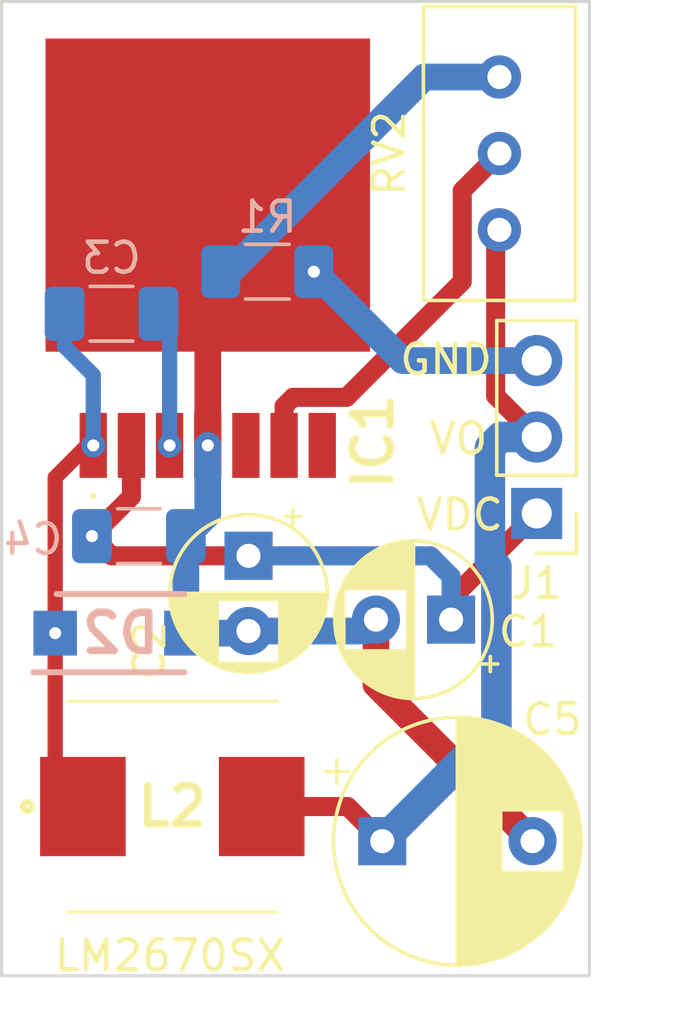
<source format=kicad_pcb>
(kicad_pcb (version 20240108) (generator "pcbnew") (generator_version "8.0")
  (layers (0 "F.Cu" signal) (31 "B.Cu" signal) (34 "B.Paste" user) (35 "F.Paste" user) (36 "B.SilkS" user "B.Silkscreen") (37 "F.SilkS" user "F.Silkscreen") (38 "B.Mask" user) (39 "F.Mask" user) (44 "Edge.Cuts" user))
  (net 0 "")
  (net 1 "+VDC")
  (net 2 "GND")
  (net 3 "Net-(IC1-CBOOST{slash}CB)")
  (net 4 "Net-(IC1-SWITCH_OUTPUT)")
  (net 5 "Net-(J1-Pin_2)")
  (net 8 "Net-(IC1-FEEDBACK{slash}FB)")
  (net 9 "Net-(R1-Pad2)")
  (footprint "Connector_PinHeader_2.54mm:PinHeader_1x03_P2.54mm_Vertical" (layer "F.Cu") (at 188.7477 101.4702 180)
    (property "Reference" "J1" (at 0 -2.33 180) (layer "F.SilkS"))
    (property "Value" "Conn_01x03")
    (fp_line (start 1.33 1.27) (end 1.33 6.41) (stroke (width 0.12)) (layer "F.SilkS"))
    (fp_line (start -1.33 6.41) (end 1.33 6.41) (stroke (width 0.12)) (layer "F.SilkS"))
    (fp_line (start -1.33 1.27) (end 1.33 1.27) (stroke (width 0.12)) (layer "F.SilkS"))
    (fp_line (start -1.33 1.27) (end -1.33 6.41) (stroke (width 0.12)) (layer "F.SilkS"))
    (fp_line (start -1.33 0) (end -1.33 -1.33) (stroke (width 0.12)) (layer "F.SilkS"))
    (fp_line (start -1.33 -1.33) (end 0 -1.33) (stroke (width 0.12)) (layer "F.SilkS"))
    (pad "1" thru_hole rect (at 0 0 180) (size 1.7 1.7) (drill 1) (layers "*.Cu" "*.Mask") (net 1 "+VDC"))
    (pad "2" thru_hole oval (at 0 2.54 180) (size 1.7 1.7) (drill 1) (layers "*.Cu" "*.Mask") (net 5 "Net-(J1-Pin_2)"))
    (pad "3" thru_hole oval (at 0 5.08 180) (size 1.7 1.7) (drill 1) (layers "*.Cu" "*.Mask") (net 2 "GND"))
  )
  (footprint "Capacitor_THT:CP_Radial_D5.0mm_P2.50mm" (layer "F.Cu") (at 179.156213 102.879759 -90)
    (property "Reference" "C2" (at 3.153543 3.296131 90) (layer "F.SilkS"))
    (property "Value" "15uF")
    (fp_line (start 1.49 1.04) (end 1.49 2.569) (stroke (width 0.12)) (layer "F.SilkS"))
    (fp_line (start 1.53 1.04) (end 1.53 2.565) (stroke (width 0.12)) (layer "F.SilkS"))
    (fp_line (start 1.57 1.04) (end 1.57 2.561) (stroke (width 0.12)) (layer "F.SilkS"))
    (fp_line (start 1.61 1.04) (end 1.61 2.556) (stroke (width 0.12)) (layer "F.SilkS"))
    (fp_line (start 1.65 1.04) (end 1.65 2.55) (stroke (width 0.12)) (layer "F.SilkS"))
    (fp_line (start 1.69 1.04) (end 1.69 2.543) (stroke (width 0.12)) (layer "F.SilkS"))
    (fp_line (start 1.73 1.04) (end 1.73 2.536) (stroke (width 0.12)) (layer "F.SilkS"))
    (fp_line (start 1.77 1.04) (end 1.77 2.528) (stroke (width 0.12)) (layer "F.SilkS"))
    (fp_line (start 1.81 1.04) (end 1.81 2.52) (stroke (width 0.12)) (layer "F.SilkS"))
    (fp_line (start 1.85 1.04) (end 1.85 2.511) (stroke (width 0.12)) (layer "F.SilkS"))
    (fp_line (start 1.89 1.04) (end 1.89 2.501) (stroke (width 0.12)) (layer "F.SilkS"))
    (fp_line (start 1.93 1.04) (end 1.93 2.491) (stroke (width 0.12)) (layer "F.SilkS"))
    (fp_line (start 1.971 1.04) (end 1.971 2.48) (stroke (width 0.12)) (layer "F.SilkS"))
    (fp_line (start 2.011 1.04) (end 2.011 2.468) (stroke (width 0.12)) (layer "F.SilkS"))
    (fp_line (start 2.051 1.04) (end 2.051 2.455) (stroke (width 0.12)) (layer "F.SilkS"))
    (fp_line (start 2.091 1.04) (end 2.091 2.442) (stroke (width 0.12)) (layer "F.SilkS"))
    (fp_line (start 2.131 1.04) (end 2.131 2.428) (stroke (width 0.12)) (layer "F.SilkS"))
    (fp_line (start 2.171 1.04) (end 2.171 2.414) (stroke (width 0.12)) (layer "F.SilkS"))
    (fp_line (start 2.211 1.04) (end 2.211 2.398) (stroke (width 0.12)) (layer "F.SilkS"))
    (fp_line (start 2.251 1.04) (end 2.251 2.382) (stroke (width 0.12)) (layer "F.SilkS"))
    (fp_line (start 2.291 1.04) (end 2.291 2.365) (stroke (width 0.12)) (layer "F.SilkS"))
    (fp_line (start 2.331 1.04) (end 2.331 2.348) (stroke (width 0.12)) (layer "F.SilkS"))
    (fp_line (start 2.371 1.04) (end 2.371 2.329) (stroke (width 0.12)) (layer "F.SilkS"))
    (fp_line (start 2.411 1.04) (end 2.411 2.31) (stroke (width 0.12)) (layer "F.SilkS"))
    (fp_line (start 2.451 1.04) (end 2.451 2.29) (stroke (width 0.12)) (layer "F.SilkS"))
    (fp_line (start 2.491 1.04) (end 2.491 2.268) (stroke (width 0.12)) (layer "F.SilkS"))
    (fp_line (start 2.531 1.04) (end 2.531 2.247) (stroke (width 0.12)) (layer "F.SilkS"))
    (fp_line (start 2.571 1.04) (end 2.571 2.224) (stroke (width 0.12)) (layer "F.SilkS"))
    (fp_line (start 2.611 1.04) (end 2.611 2.2) (stroke (width 0.12)) (layer "F.SilkS"))
    (fp_line (start 2.651 1.04) (end 2.651 2.175) (stroke (width 0.12)) (layer "F.SilkS"))
    (fp_line (start 2.691 1.04) (end 2.691 2.149) (stroke (width 0.12)) (layer "F.SilkS"))
    (fp_line (start 2.731 1.04) (end 2.731 2.122) (stroke (width 0.12)) (layer "F.SilkS"))
    (fp_line (start 2.771 1.04) (end 2.771 2.095) (stroke (width 0.12)) (layer "F.SilkS"))
    (fp_line (start 2.811 1.04) (end 2.811 2.065) (stroke (width 0.12)) (layer "F.SilkS"))
    (fp_line (start 2.851 1.04) (end 2.851 2.035) (stroke (width 0.12)) (layer "F.SilkS"))
    (fp_line (start 2.891 1.04) (end 2.891 2.004) (stroke (width 0.12)) (layer "F.SilkS"))
    (fp_line (start 2.931 1.04) (end 2.931 1.971) (stroke (width 0.12)) (layer "F.SilkS"))
    (fp_line (start 2.971 1.04) (end 2.971 1.937) (stroke (width 0.12)) (layer "F.SilkS"))
    (fp_line (start 3.011 1.04) (end 3.011 1.901) (stroke (width 0.12)) (layer "F.SilkS"))
    (fp_line (start 3.051 1.04) (end 3.051 1.864) (stroke (width 0.12)) (layer "F.SilkS"))
    (fp_line (start 3.091 1.04) (end 3.091 1.826) (stroke (width 0.12)) (layer "F.SilkS"))
    (fp_line (start 3.131 1.04) (end 3.131 1.785) (stroke (width 0.12)) (layer "F.SilkS"))
    (fp_line (start 3.171 1.04) (end 3.171 1.743) (stroke (width 0.12)) (layer "F.SilkS"))
    (fp_line (start 3.211 1.04) (end 3.211 1.699) (stroke (width 0.12)) (layer "F.SilkS"))
    (fp_line (start 3.251 1.04) (end 3.251 1.653) (stroke (width 0.12)) (layer "F.SilkS"))
    (fp_line (start 3.291 1.04) (end 3.291 1.605) (stroke (width 0.12)) (layer "F.SilkS"))
    (fp_line (start 3.331 1.04) (end 3.331 1.554) (stroke (width 0.12)) (layer "F.SilkS"))
    (fp_line (start 3.371 1.04) (end 3.371 1.5) (stroke (width 0.12)) (layer "F.SilkS"))
    (fp_line (start 3.411 1.04) (end 3.411 1.443) (stroke (width 0.12)) (layer "F.SilkS"))
    (fp_line (start 3.451 1.04) (end 3.451 1.383) (stroke (width 0.12)) (layer "F.SilkS"))
    (fp_line (start 3.491 1.04) (end 3.491 1.319) (stroke (width 0.12)) (layer "F.SilkS"))
    (fp_line (start 3.531 1.04) (end 3.531 1.251) (stroke (width 0.12)) (layer "F.SilkS"))
    (fp_line (start 3.851 -0.284) (end 3.851 0.284) (stroke (width 0.12)) (layer "F.SilkS"))
    (fp_line (start 3.811 -0.518) (end 3.811 0.518) (stroke (width 0.12)) (layer "F.SilkS"))
    (fp_line (start 3.771 -0.677) (end 3.771 0.677) (stroke (width 0.12)) (layer "F.SilkS"))
    (fp_line (start 3.731 -0.805) (end 3.731 0.805) (stroke (width 0.12)) (layer "F.SilkS"))
    (fp_line (start 3.691 -0.915) (end 3.691 0.915) (stroke (width 0.12)) (layer "F.SilkS"))
    (fp_line (start 3.651 -1.011) (end 3.651 1.011) (stroke (width 0.12)) (layer "F.SilkS"))
    (fp_line (start 3.611 -1.098) (end 3.611 1.098) (stroke (width 0.12)) (layer "F.SilkS"))
    (fp_line (start 3.571 -1.178) (end 3.571 1.178) (stroke (width 0.12)) (layer "F.SilkS"))
    (fp_line (start 3.531 -1.251) (end 3.531 -1.04) (stroke (width 0.12)) (layer "F.SilkS"))
    (fp_line (start 3.491 -1.319) (end 3.491 -1.04) (stroke (width 0.12)) (layer "F.SilkS"))
    (fp_line (start 3.451 -1.383) (end 3.451 -1.04) (stroke (width 0.12)) (layer "F.SilkS"))
    (fp_line (start 3.411 -1.443) (end 3.411 -1.04) (stroke (width 0.12)) (layer "F.SilkS"))
    (fp_line (start -1.554775 -1.475) (end -1.054775 -1.475) (stroke (width 0.12)) (layer "F.SilkS"))
    (fp_line (start 3.371 -1.5) (end 3.371 -1.04) (stroke (width 0.12)) (layer "F.SilkS"))
    (fp_line (start 3.331 -1.554) (end 3.331 -1.04) (stroke (width 0.12)) (layer "F.SilkS"))
    (fp_line (start 3.291 -1.605) (end 3.291 -1.04) (stroke (width 0.12)) (layer "F.SilkS"))
    (fp_line (start 3.251 -1.653) (end 3.251 -1.04) (stroke (width 0.12)) (layer "F.SilkS"))
    (fp_line (start 3.211 -1.699) (end 3.211 -1.04) (stroke (width 0.12)) (layer "F.SilkS"))
    (fp_line (start -1.304775 -1.725) (end -1.304775 -1.225) (stroke (width 0.12)) (layer "F.SilkS"))
    (fp_line (start 3.171 -1.743) (end 3.171 -1.04) (stroke (width 0.12)) (layer "F.SilkS"))
    (fp_line (start 3.131 -1.785) (end 3.131 -1.04) (stroke (width 0.12)) (layer "F.SilkS"))
    (fp_line (start 3.091 -1.826) (end 3.091 -1.04) (stroke (width 0.12)) (layer "F.SilkS"))
    (fp_line (start 3.051 -1.864) (end 3.051 -1.04) (stroke (width 0.12)) (layer "F.SilkS"))
    (fp_line (start 3.011 -1.901) (end 3.011 -1.04) (stroke (width 0.12)) (layer "F.SilkS"))
    (fp_line (start 2.971 -1.937) (end 2.971 -1.04) (stroke (width 0.12)) (layer "F.SilkS"))
    (fp_line (start 2.931 -1.971) (end 2.931 -1.04) (stroke (width 0.12)) (layer "F.SilkS"))
    (fp_line (start 2.891 -2.004) (end 2.891 -1.04) (stroke (width 0.12)) (layer "F.SilkS"))
    (fp_line (start 2.851 -2.035) (end 2.851 -1.04) (stroke (width 0.12)) (layer "F.SilkS"))
    (fp_line (start 2.811 -2.065) (end 2.811 -1.04) (stroke (width 0.12)) (layer "F.SilkS"))
    (fp_line (start 2.771 -2.095) (end 2.771 -1.04) (stroke (width 0.12)) (layer "F.SilkS"))
    (fp_line (start 2.731 -2.122) (end 2.731 -1.04) (stroke (width 0.12)) (layer "F.SilkS"))
    (fp_line (start 2.691 -2.149) (end 2.691 -1.04) (stroke (width 0.12)) (layer "F.SilkS"))
    (fp_line (start 2.651 -2.175) (end 2.651 -1.04) (stroke (width 0.12)) (layer "F.SilkS"))
    (fp_line (start 2.611 -2.2) (end 2.611 -1.04) (stroke (width 0.12)) (layer "F.SilkS"))
    (fp_line (start 2.571 -2.224) (end 2.571 -1.04) (stroke (width 0.12)) (layer "F.SilkS"))
    (fp_line (start 2.531 -2.247) (end 2.531 -1.04) (stroke (width 0.12)) (layer "F.SilkS"))
    (fp_line (start 2.491 -2.268) (end 2.491 -1.04) (stroke (width 0.12)) (layer "F.SilkS"))
    (fp_line (start 2.451 -2.29) (end 2.451 -1.04) (stroke (width 0.12)) (layer "F.SilkS"))
    (fp_line (start 2.411 -2.31) (end 2.411 -1.04) (stroke (width 0.12)) (layer "F.SilkS"))
    (fp_line (start 2.371 -2.329) (end 2.371 -1.04) (stroke (width 0.12)) (layer "F.SilkS"))
    (fp_line (start 2.331 -2.348) (end 2.331 -1.04) (stroke (width 0.12)) (layer "F.SilkS"))
    (fp_line (start 2.291 -2.365) (end 2.291 -1.04) (stroke (width 0.12)) (layer "F.SilkS"))
    (fp_line (start 2.251 -2.382) (end 2.251 -1.04) (stroke (width 0.12)) (layer "F.SilkS"))
    (fp_line (start 2.211 -2.398) (end 2.211 -1.04) (stroke (width 0.12)) (layer "F.SilkS"))
    (fp_line (start 2.171 -2.414) (end 2.171 -1.04) (stroke (width 0.12)) (layer "F.SilkS"))
    (fp_line (start 2.131 -2.428) (end 2.131 -1.04) (stroke (width 0.12)) (layer "F.SilkS"))
    (fp_line (start 2.091 -2.442) (end 2.091 -1.04) (stroke (width 0.12)) (layer "F.SilkS"))
    (fp_line (start 2.051 -2.455) (end 2.051 -1.04) (stroke (width 0.12)) (layer "F.SilkS"))
    (fp_line (start 2.011 -2.468) (end 2.011 -1.04) (stroke (width 0.12)) (layer "F.SilkS"))
    (fp_line (start 1.971 -2.48) (end 1.971 -1.04) (stroke (width 0.12)) (layer "F.SilkS"))
    (fp_line (start 1.93 -2.491) (end 1.93 -1.04) (stroke (width 0.12)) (layer "F.SilkS"))
    (fp_line (start 1.89 -2.501) (end 1.89 -1.04) (stroke (width 0.12)) (layer "F.SilkS"))
    (fp_line (start 1.85 -2.511) (end 1.85 -1.04) (stroke (width 0.12)) (layer "F.SilkS"))
    (fp_line (start 1.81 -2.52) (end 1.81 -1.04) (stroke (width 0.12)) (layer "F.SilkS"))
    (fp_line (start 1.77 -2.528) (end 1.77 -1.04) (stroke (width 0.12)) (layer "F.SilkS"))
    (fp_line (start 1.73 -2.536) (end 1.73 -1.04) (stroke (width 0.12)) (layer "F.SilkS"))
    (fp_line (start 1.69 -2.543) (end 1.69 -1.04) (stroke (width 0.12)) (layer "F.SilkS"))
    (fp_line (start 1.65 -2.55) (end 1.65 -1.04) (stroke (width 0.12)) (layer "F.SilkS"))
    (fp_line (start 1.61 -2.556) (end 1.61 -1.04) (stroke (width 0.12)) (layer "F.SilkS"))
    (fp_line (start 1.57 -2.561) (end 1.57 -1.04) (stroke (width 0.12)) (layer "F.SilkS"))
    (fp_line (start 1.53 -2.565) (end 1.53 -1.04) (stroke (width 0.12)) (layer "F.SilkS"))
    (fp_line (start 1.49 -2.569) (end 1.49 -1.04) (stroke (width 0.12)) (layer "F.SilkS"))
    (fp_line (start 1.45 -2.573) (end 1.45 2.573) (stroke (width 0.12)) (layer "F.SilkS"))
    (fp_line (start 1.41 -2.576) (end 1.41 2.576) (stroke (width 0.12)) (layer "F.SilkS"))
    (fp_line (start 1.37 -2.578) (end 1.37 2.578) (stroke (width 0.12)) (layer "F.SilkS"))
    (fp_line (start 1.33 -2.579) (end 1.33 2.579) (stroke (width 0.12)) (layer "F.SilkS"))
    (fp_line (start 1.25 -2.58) (end 1.25 2.58) (stroke (width 0.12)) (layer "F.SilkS"))
    (fp_line (start 1.29 -2.58) (end 1.29 2.58) (stroke (width 0.12)) (layer "F.SilkS"))
    (fp_circle (center 1.25 0) (end 3.87 0) (stroke (width 0.12)) (fill none) (layer "F.SilkS"))
    (pad "1" thru_hole rect (at 0 0 270) (size 1.6 1.6) (drill 0.8) (layers "*.Cu" "*.Mask") (net 1 "+VDC"))
    (pad "2" thru_hole circle (at 2.5 0 270) (size 1.6 1.6) (drill 0.8) (layers "*.Cu" "*.Mask") (net 2 "GND"))
  )
  (footprint "Capacitor_THT:CP_Radial_D5.0mm_P2.50mm" (layer "F.Cu") (at 185.897552 105.000951 180)
    (property "Reference" "C1" (at -2.563133 -0.397109 0) (layer "F.SilkS"))
    (property "Value" "15uF")
    (fp_line (start 3.851 -0.284) (end 3.851 0.284) (stroke (width 0.12)) (layer "F.SilkS"))
    (fp_line (start 3.811 -0.518) (end 3.811 0.518) (stroke (width 0.12)) (layer "F.SilkS"))
    (fp_line (start 3.771 -0.677) (end 3.771 0.677) (stroke (width 0.12)) (layer "F.SilkS"))
    (fp_line (start 3.731 -0.805) (end 3.731 0.805) (stroke (width 0.12)) (layer "F.SilkS"))
    (fp_line (start 3.691 -0.915) (end 3.691 0.915) (stroke (width 0.12)) (layer "F.SilkS"))
    (fp_line (start 3.651 -1.011) (end 3.651 1.011) (stroke (width 0.12)) (layer "F.SilkS"))
    (fp_line (start 3.611 -1.098) (end 3.611 1.098) (stroke (width 0.12)) (layer "F.SilkS"))
    (fp_line (start 3.571 -1.178) (end 3.571 1.178) (stroke (width 0.12)) (layer "F.SilkS"))
    (fp_line (start 3.531 1.04) (end 3.531 1.251) (stroke (width 0.12)) (layer "F.SilkS"))
    (fp_line (start 3.531 -1.251) (end 3.531 -1.04) (stroke (width 0.12)) (layer "F.SilkS"))
    (fp_line (start 3.491 1.04) (end 3.491 1.319) (stroke (width 0.12)) (layer "F.SilkS"))
    (fp_line (start 3.491 -1.319) (end 3.491 -1.04) (stroke (width 0.12)) (layer "F.SilkS"))
    (fp_line (start 3.451 1.04) (end 3.451 1.383) (stroke (width 0.12)) (layer "F.SilkS"))
    (fp_line (start 3.451 -1.383) (end 3.451 -1.04) (stroke (width 0.12)) (layer "F.SilkS"))
    (fp_line (start 3.411 1.04) (end 3.411 1.443) (stroke (width 0.12)) (layer "F.SilkS"))
    (fp_line (start 3.411 -1.443) (end 3.411 -1.04) (stroke (width 0.12)) (layer "F.SilkS"))
    (fp_line (start 3.371 1.04) (end 3.371 1.5) (stroke (width 0.12)) (layer "F.SilkS"))
    (fp_line (start 3.371 -1.5) (end 3.371 -1.04) (stroke (width 0.12)) (layer "F.SilkS"))
    (fp_line (start 3.331 1.04) (end 3.331 1.554) (stroke (width 0.12)) (layer "F.SilkS"))
    (fp_line (start 3.331 -1.554) (end 3.331 -1.04) (stroke (width 0.12)) (layer "F.SilkS"))
    (fp_line (start 3.291 1.04) (end 3.291 1.605) (stroke (width 0.12)) (layer "F.SilkS"))
    (fp_line (start 3.291 -1.605) (end 3.291 -1.04) (stroke (width 0.12)) (layer "F.SilkS"))
    (fp_line (start 3.251 1.04) (end 3.251 1.653) (stroke (width 0.12)) (layer "F.SilkS"))
    (fp_line (start 3.251 -1.653) (end 3.251 -1.04) (stroke (width 0.12)) (layer "F.SilkS"))
    (fp_line (start 3.211 1.04) (end 3.211 1.699) (stroke (width 0.12)) (layer "F.SilkS"))
    (fp_line (start 3.211 -1.699) (end 3.211 -1.04) (stroke (width 0.12)) (layer "F.SilkS"))
    (fp_line (start 3.171 1.04) (end 3.171 1.743) (stroke (width 0.12)) (layer "F.SilkS"))
    (fp_line (start 3.171 -1.743) (end 3.171 -1.04) (stroke (width 0.12)) (layer "F.SilkS"))
    (fp_line (start 3.131 1.04) (end 3.131 1.785) (stroke (width 0.12)) (layer "F.SilkS"))
    (fp_line (start 3.131 -1.785) (end 3.131 -1.04) (stroke (width 0.12)) (layer "F.SilkS"))
    (fp_line (start 3.091 1.04) (end 3.091 1.826) (stroke (width 0.12)) (layer "F.SilkS"))
    (fp_line (start 3.091 -1.826) (end 3.091 -1.04) (stroke (width 0.12)) (layer "F.SilkS"))
    (fp_line (start 3.051 1.04) (end 3.051 1.864) (stroke (width 0.12)) (layer "F.SilkS"))
    (fp_line (start 3.051 -1.864) (end 3.051 -1.04) (stroke (width 0.12)) (layer "F.SilkS"))
    (fp_line (start 3.011 1.04) (end 3.011 1.901) (stroke (width 0.12)) (layer "F.SilkS"))
    (fp_line (start 3.011 -1.901) (end 3.011 -1.04) (stroke (width 0.12)) (layer "F.SilkS"))
    (fp_line (start 2.971 1.04) (end 2.971 1.937) (stroke (width 0.12)) (layer "F.SilkS"))
    (fp_line (start 2.971 -1.937) (end 2.971 -1.04) (stroke (width 0.12)) (layer "F.SilkS"))
    (fp_line (start 2.931 1.04) (end 2.931 1.971) (stroke (width 0.12)) (layer "F.SilkS"))
    (fp_line (start 2.931 -1.971) (end 2.931 -1.04) (stroke (width 0.12)) (layer "F.SilkS"))
    (fp_line (start 2.891 1.04) (end 2.891 2.004) (stroke (width 0.12)) (layer "F.SilkS"))
    (fp_line (start 2.891 -2.004) (end 2.891 -1.04) (stroke (width 0.12)) (layer "F.SilkS"))
    (fp_line (start 2.851 1.04) (end 2.851 2.035) (stroke (width 0.12)) (layer "F.SilkS"))
    (fp_line (start 2.851 -2.035) (end 2.851 -1.04) (stroke (width 0.12)) (layer "F.SilkS"))
    (fp_line (start 2.811 1.04) (end 2.811 2.065) (stroke (width 0.12)) (layer "F.SilkS"))
    (fp_line (start 2.811 -2.065) (end 2.811 -1.04) (stroke (width 0.12)) (layer "F.SilkS"))
    (fp_line (start 2.771 1.04) (end 2.771 2.095) (stroke (width 0.12)) (layer "F.SilkS"))
    (fp_line (start 2.771 -2.095) (end 2.771 -1.04) (stroke (width 0.12)) (layer "F.SilkS"))
    (fp_line (start 2.731 1.04) (end 2.731 2.122) (stroke (width 0.12)) (layer "F.SilkS"))
    (fp_line (start 2.731 -2.122) (end 2.731 -1.04) (stroke (width 0.12)) (layer "F.SilkS"))
    (fp_line (start 2.691 1.04) (end 2.691 2.149) (stroke (width 0.12)) (layer "F.SilkS"))
    (fp_line (start 2.691 -2.149) (end 2.691 -1.04) (stroke (width 0.12)) (layer "F.SilkS"))
    (fp_line (start 2.651 1.04) (end 2.651 2.175) (stroke (width 0.12)) (layer "F.SilkS"))
    (fp_line (start 2.651 -2.175) (end 2.651 -1.04) (stroke (width 0.12)) (layer "F.SilkS"))
    (fp_line (start 2.611 1.04) (end 2.611 2.2) (stroke (width 0.12)) (layer "F.SilkS"))
    (fp_line (start 2.611 -2.2) (end 2.611 -1.04) (stroke (width 0.12)) (layer "F.SilkS"))
    (fp_line (start 2.571 1.04) (end 2.571 2.224) (stroke (width 0.12)) (layer "F.SilkS"))
    (fp_line (start 2.571 -2.224) (end 2.571 -1.04) (stroke (width 0.12)) (layer "F.SilkS"))
    (fp_line (start 2.531 1.04) (end 2.531 2.247) (stroke (width 0.12)) (layer "F.SilkS"))
    (fp_line (start 2.531 -2.247) (end 2.531 -1.04) (stroke (width 0.12)) (layer "F.SilkS"))
    (fp_line (start 2.491 1.04) (end 2.491 2.268) (stroke (width 0.12)) (layer "F.SilkS"))
    (fp_line (start 2.491 -2.268) (end 2.491 -1.04) (stroke (width 0.12)) (layer "F.SilkS"))
    (fp_line (start 2.451 1.04) (end 2.451 2.29) (stroke (width 0.12)) (layer "F.SilkS"))
    (fp_line (start 2.451 -2.29) (end 2.451 -1.04) (stroke (width 0.12)) (layer "F.SilkS"))
    (fp_line (start 2.411 1.04) (end 2.411 2.31) (stroke (width 0.12)) (layer "F.SilkS"))
    (fp_line (start 2.411 -2.31) (end 2.411 -1.04) (stroke (width 0.12)) (layer "F.SilkS"))
    (fp_line (start 2.371 1.04) (end 2.371 2.329) (stroke (width 0.12)) (layer "F.SilkS"))
    (fp_line (start 2.371 -2.329) (end 2.371 -1.04) (stroke (width 0.12)) (layer "F.SilkS"))
    (fp_line (start 2.331 1.04) (end 2.331 2.348) (stroke (width 0.12)) (layer "F.SilkS"))
    (fp_line (start 2.331 -2.348) (end 2.331 -1.04) (stroke (width 0.12)) (layer "F.SilkS"))
    (fp_line (start 2.291 1.04) (end 2.291 2.365) (stroke (width 0.12)) (layer "F.SilkS"))
    (fp_line (start 2.291 -2.365) (end 2.291 -1.04) (stroke (width 0.12)) (layer "F.SilkS"))
    (fp_line (start 2.251 1.04) (end 2.251 2.382) (stroke (width 0.12)) (layer "F.SilkS"))
    (fp_line (start 2.251 -2.382) (end 2.251 -1.04) (stroke (width 0.12)) (layer "F.SilkS"))
    (fp_line (start 2.211 1.04) (end 2.211 2.398) (stroke (width 0.12)) (layer "F.SilkS"))
    (fp_line (start 2.211 -2.398) (end 2.211 -1.04) (stroke (width 0.12)) (layer "F.SilkS"))
    (fp_line (start 2.171 1.04) (end 2.171 2.414) (stroke (width 0.12)) (layer "F.SilkS"))
    (fp_line (start 2.171 -2.414) (end 2.171 -1.04) (stroke (width 0.12)) (layer "F.SilkS"))
    (fp_line (start 2.131 1.04) (end 2.131 2.428) (stroke (width 0.12)) (layer "F.SilkS"))
    (fp_line (start 2.131 -2.428) (end 2.131 -1.04) (stroke (width 0.12)) (layer "F.SilkS"))
    (fp_line (start 2.091 1.04) (end 2.091 2.442) (stroke (width 0.12)) (layer "F.SilkS"))
    (fp_line (start 2.091 -2.442) (end 2.091 -1.04) (stroke (width 0.12)) (layer "F.SilkS"))
    (fp_line (start 2.051 1.04) (end 2.051 2.455) (stroke (width 0.12)) (layer "F.SilkS"))
    (fp_line (start 2.051 -2.455) (end 2.051 -1.04) (stroke (width 0.12)) (layer "F.SilkS"))
    (fp_line (start 2.011 1.04) (end 2.011 2.468) (stroke (width 0.12)) (layer "F.SilkS"))
    (fp_line (start 2.011 -2.468) (end 2.011 -1.04) (stroke (width 0.12)) (layer "F.SilkS"))
    (fp_line (start 1.971 1.04) (end 1.971 2.48) (stroke (width 0.12)) (layer "F.SilkS"))
    (fp_line (start 1.971 -2.48) (end 1.971 -1.04) (stroke (width 0.12)) (layer "F.SilkS"))
    (fp_line (start 1.93 1.04) (end 1.93 2.491) (stroke (width 0.12)) (layer "F.SilkS"))
    (fp_line (start 1.93 -2.491) (end 1.93 -1.04) (stroke (width 0.12)) (layer "F.SilkS"))
    (fp_line (start 1.89 1.04) (end 1.89 2.501) (stroke (width 0.12)) (layer "F.SilkS"))
    (fp_line (start 1.89 -2.501) (end 1.89 -1.04) (stroke (width 0.12)) (layer "F.SilkS"))
    (fp_line (start 1.85 1.04) (end 1.85 2.511) (stroke (width 0.12)) (layer "F.SilkS"))
    (fp_line (start 1.85 -2.511) (end 1.85 -1.04) (stroke (width 0.12)) (layer "F.SilkS"))
    (fp_line (start 1.81 1.04) (end 1.81 2.52) (stroke (width 0.12)) (layer "F.SilkS"))
    (fp_line (start 1.81 -2.52) (end 1.81 -1.04) (stroke (width 0.12)) (layer "F.SilkS"))
    (fp_line (start 1.77 1.04) (end 1.77 2.528) (stroke (width 0.12)) (layer "F.SilkS"))
    (fp_line (start 1.77 -2.528) (end 1.77 -1.04) (stroke (width 0.12)) (layer "F.SilkS"))
    (fp_line (start 1.73 1.04) (end 1.73 2.536) (stroke (width 0.12)) (layer "F.SilkS"))
    (fp_line (start 1.73 -2.536) (end 1.73 -1.04) (stroke (width 0.12)) (layer "F.SilkS"))
    (fp_line (start 1.69 1.04) (end 1.69 2.543) (stroke (width 0.12)) (layer "F.SilkS"))
    (fp_line (start 1.69 -2.543) (end 1.69 -1.04) (stroke (width 0.12)) (layer "F.SilkS"))
    (fp_line (start 1.65 1.04) (end 1.65 2.55) (stroke (width 0.12)) (layer "F.SilkS"))
    (fp_line (start 1.65 -2.55) (end 1.65 -1.04) (stroke (width 0.12)) (layer "F.SilkS"))
    (fp_line (start 1.61 1.04) (end 1.61 2.556) (stroke (width 0.12)) (layer "F.SilkS"))
    (fp_line (start 1.61 -2.556) (end 1.61 -1.04) (stroke (width 0.12)) (layer "F.SilkS"))
    (fp_line (start 1.57 1.04) (end 1.57 2.561) (stroke (width 0.12)) (layer "F.SilkS"))
    (fp_line (start 1.57 -2.561) (end 1.57 -1.04) (stroke (width 0.12)) (layer "F.SilkS"))
    (fp_line (start 1.53 1.04) (end 1.53 2.565) (stroke (width 0.12)) (layer "F.SilkS"))
    (fp_line (start 1.53 -2.565) (end 1.53 -1.04) (stroke (width 0.12)) (layer "F.SilkS"))
    (fp_line (start 1.49 1.04) (end 1.49 2.569) (stroke (width 0.12)) (layer "F.SilkS"))
    (fp_line (start 1.49 -2.569) (end 1.49 -1.04) (stroke (width 0.12)) (layer "F.SilkS"))
    (fp_line (start 1.45 -2.573) (end 1.45 2.573) (stroke (width 0.12)) (layer "F.SilkS"))
    (fp_line (start 1.41 -2.576) (end 1.41 2.576) (stroke (width 0.12)) (layer "F.SilkS"))
    (fp_line (start 1.37 -2.578) (end 1.37 2.578) (stroke (width 0.12)) (layer "F.SilkS"))
    (fp_line (start 1.33 -2.579) (end 1.33 2.579) (stroke (width 0.12)) (layer "F.SilkS"))
    (fp_line (start 1.29 -2.58) (end 1.29 2.58) (stroke (width 0.12)) (layer "F.SilkS"))
    (fp_line (start 1.25 -2.58) (end 1.25 2.58) (stroke (width 0.12)) (layer "F.SilkS"))
    (fp_line (start -1.304775 -1.725) (end -1.304775 -1.225) (stroke (width 0.12)) (layer "F.SilkS"))
    (fp_line (start -1.554775 -1.475) (end -1.054775 -1.475) (stroke (width 0.12)) (layer "F.SilkS"))
    (fp_circle (center 1.25 0) (end 3.87 0) (stroke (width 0.12)) (fill none) (layer "F.SilkS"))
    (pad "1" thru_hole rect (at 0 0 180) (size 1.6 1.6) (drill 0.8) (layers "*.Cu" "*.Mask") (net 1 "+VDC"))
    (pad "2" thru_hole circle (at 2.5 0 180) (size 1.6 1.6) (drill 0.8) (layers "*.Cu" "*.Mask") (net 2 "GND"))
  )
  (footprint "Capacitor_THT:CP_Radial_D8.0mm_P5.00mm" (layer "F.Cu") (at 183.607426 112.36404)
    (property "Reference" "C5" (at 5.659509 -4.041818 0) (layer "F.SilkS"))
    (property "Value" "120uF")
    (fp_line (start -1.909698 -2.315) (end -1.109698 -2.315) (stroke (width 0.12)) (layer "F.SilkS"))
    (fp_line (start -1.509698 -2.715) (end -1.509698 -1.915) (stroke (width 0.12)) (layer "F.SilkS"))
    (fp_line (start 2.5 -4.08) (end 2.5 4.08) (stroke (width 0.12)) (layer "F.SilkS"))
    (fp_line (start 2.54 -4.08) (end 2.54 4.08) (stroke (width 0.12)) (layer "F.SilkS"))
    (fp_line (start 2.58 -4.08) (end 2.58 4.08) (stroke (width 0.12)) (layer "F.SilkS"))
    (fp_line (start 2.62 -4.079) (end 2.62 4.079) (stroke (width 0.12)) (layer "F.SilkS"))
    (fp_line (start 2.66 -4.077) (end 2.66 4.077) (stroke (width 0.12)) (layer "F.SilkS"))
    (fp_line (start 2.7 -4.076) (end 2.7 4.076) (stroke (width 0.12)) (layer "F.SilkS"))
    (fp_line (start 2.74 -4.074) (end 2.74 4.074) (stroke (width 0.12)) (layer "F.SilkS"))
    (fp_line (start 2.78 -4.071) (end 2.78 4.071) (stroke (width 0.12)) (layer "F.SilkS"))
    (fp_line (start 2.82 -4.068) (end 2.82 4.068) (stroke (width 0.12)) (layer "F.SilkS"))
    (fp_line (start 2.86 -4.065) (end 2.86 4.065) (stroke (width 0.12)) (layer "F.SilkS"))
    (fp_line (start 2.9 -4.061) (end 2.9 4.061) (stroke (width 0.12)) (layer "F.SilkS"))
    (fp_line (start 2.94 -4.057) (end 2.94 4.057) (stroke (width 0.12)) (layer "F.SilkS"))
    (fp_line (start 2.98 -4.052) (end 2.98 4.052) (stroke (width 0.12)) (layer "F.SilkS"))
    (fp_line (start 3.02 -4.048) (end 3.02 4.048) (stroke (width 0.12)) (layer "F.SilkS"))
    (fp_line (start 3.06 -4.042) (end 3.06 4.042) (stroke (width 0.12)) (layer "F.SilkS"))
    (fp_line (start 3.1 -4.037) (end 3.1 4.037) (stroke (width 0.12)) (layer "F.SilkS"))
    (fp_line (start 3.14 -4.03) (end 3.14 4.03) (stroke (width 0.12)) (layer "F.SilkS"))
    (fp_line (start 3.18 -4.024) (end 3.18 4.024) (stroke (width 0.12)) (layer "F.SilkS"))
    (fp_line (start 3.221 -4.017) (end 3.221 4.017) (stroke (width 0.12)) (layer "F.SilkS"))
    (fp_line (start 3.261 -4.01) (end 3.261 4.01) (stroke (width 0.12)) (layer "F.SilkS"))
    (fp_line (start 3.301 -4.002) (end 3.301 4.002) (stroke (width 0.12)) (layer "F.SilkS"))
    (fp_line (start 3.341 -3.994) (end 3.341 3.994) (stroke (width 0.12)) (layer "F.SilkS"))
    (fp_line (start 3.381 -3.985) (end 3.381 3.985) (stroke (width 0.12)) (layer "F.SilkS"))
    (fp_line (start 3.421 -3.976) (end 3.421 3.976) (stroke (width 0.12)) (layer "F.SilkS"))
    (fp_line (start 3.461 -3.967) (end 3.461 3.967) (stroke (width 0.12)) (layer "F.SilkS"))
    (fp_line (start 3.501 -3.957) (end 3.501 3.957) (stroke (width 0.12)) (layer "F.SilkS"))
    (fp_line (start 3.541 -3.947) (end 3.541 3.947) (stroke (width 0.12)) (layer "F.SilkS"))
    (fp_line (start 3.581 -3.936) (end 3.581 3.936) (stroke (width 0.12)) (layer "F.SilkS"))
    (fp_line (start 3.621 -3.925) (end 3.621 3.925) (stroke (width 0.12)) (layer "F.SilkS"))
    (fp_line (start 3.661 -3.914) (end 3.661 3.914) (stroke (width 0.12)) (layer "F.SilkS"))
    (fp_line (start 3.701 -3.902) (end 3.701 3.902) (stroke (width 0.12)) (layer "F.SilkS"))
    (fp_line (start 3.741 -3.889) (end 3.741 3.889) (stroke (width 0.12)) (layer "F.SilkS"))
    (fp_line (start 3.781 -3.877) (end 3.781 3.877) (stroke (width 0.12)) (layer "F.SilkS"))
    (fp_line (start 3.821 -3.863) (end 3.821 3.863) (stroke (width 0.12)) (layer "F.SilkS"))
    (fp_line (start 3.861 -3.85) (end 3.861 3.85) (stroke (width 0.12)) (layer "F.SilkS"))
    (fp_line (start 3.901 -3.835) (end 3.901 3.835) (stroke (width 0.12)) (layer "F.SilkS"))
    (fp_line (start 3.941 -3.821) (end 3.941 3.821) (stroke (width 0.12)) (layer "F.SilkS"))
    (fp_line (start 3.981 -3.805) (end 3.981 -1.04) (stroke (width 0.12)) (layer "F.SilkS"))
    (fp_line (start 3.981 1.04) (end 3.981 3.805) (stroke (width 0.12)) (layer "F.SilkS"))
    (fp_line (start 4.021 -3.79) (end 4.021 -1.04) (stroke (width 0.12)) (layer "F.SilkS"))
    (fp_line (start 4.021 1.04) (end 4.021 3.79) (stroke (width 0.12)) (layer "F.SilkS"))
    (fp_line (start 4.061 -3.774) (end 4.061 -1.04) (stroke (width 0.12)) (layer "F.SilkS"))
    (fp_line (start 4.061 1.04) (end 4.061 3.774) (stroke (width 0.12)) (layer "F.SilkS"))
    (fp_line (start 4.101 -3.757) (end 4.101 -1.04) (stroke (width 0.12)) (layer "F.SilkS"))
    (fp_line (start 4.101 1.04) (end 4.101 3.757) (stroke (width 0.12)) (layer "F.SilkS"))
    (fp_line (start 4.141 -3.74) (end 4.141 -1.04) (stroke (width 0.12)) (layer "F.SilkS"))
    (fp_line (start 4.141 1.04) (end 4.141 3.74) (stroke (width 0.12)) (layer "F.SilkS"))
    (fp_line (start 4.181 -3.722) (end 4.181 -1.04) (stroke (width 0.12)) (layer "F.SilkS"))
    (fp_line (start 4.181 1.04) (end 4.181 3.722) (stroke (width 0.12)) (layer "F.SilkS"))
    (fp_line (start 4.221 -3.704) (end 4.221 -1.04) (stroke (width 0.12)) (layer "F.SilkS"))
    (fp_line (start 4.221 1.04) (end 4.221 3.704) (stroke (width 0.12)) (layer "F.SilkS"))
    (fp_line (start 4.261 -3.686) (end 4.261 -1.04) (stroke (width 0.12)) (layer "F.SilkS"))
    (fp_line (start 4.261 1.04) (end 4.261 3.686) (stroke (width 0.12)) (layer "F.SilkS"))
    (fp_line (start 4.301 -3.666) (end 4.301 -1.04) (stroke (width 0.12)) (layer "F.SilkS"))
    (fp_line (start 4.301 1.04) (end 4.301 3.666) (stroke (width 0.12)) (layer "F.SilkS"))
    (fp_line (start 4.341 -3.647) (end 4.341 -1.04) (stroke (width 0.12)) (layer "F.SilkS"))
    (fp_line (start 4.341 1.04) (end 4.341 3.647) (stroke (width 0.12)) (layer "F.SilkS"))
    (fp_line (start 4.381 -3.627) (end 4.381 -1.04) (stroke (width 0.12)) (layer "F.SilkS"))
    (fp_line (start 4.381 1.04) (end 4.381 3.627) (stroke (width 0.12)) (layer "F.SilkS"))
    (fp_line (start 4.421 -3.606) (end 4.421 -1.04) (stroke (width 0.12)) (layer "F.SilkS"))
    (fp_line (start 4.421 1.04) (end 4.421 3.606) (stroke (width 0.12)) (layer "F.SilkS"))
    (fp_line (start 4.461 -3.584) (end 4.461 -1.04) (stroke (width 0.12)) (layer "F.SilkS"))
    (fp_line (start 4.461 1.04) (end 4.461 3.584) (stroke (width 0.12)) (layer "F.SilkS"))
    (fp_line (start 4.501 -3.562) (end 4.501 -1.04) (stroke (width 0.12)) (layer "F.SilkS"))
    (fp_line (start 4.501 1.04) (end 4.501 3.562) (stroke (width 0.12)) (layer "F.SilkS"))
    (fp_line (start 4.541 -3.54) (end 4.541 -1.04) (stroke (width 0.12)) (layer "F.SilkS"))
    (fp_line (start 4.541 1.04) (end 4.541 3.54) (stroke (width 0.12)) (layer "F.SilkS"))
    (fp_line (start 4.581 -3.517) (end 4.581 -1.04) (stroke (width 0.12)) (layer "F.SilkS"))
    (fp_line (start 4.581 1.04) (end 4.581 3.517) (stroke (width 0.12)) (layer "F.SilkS"))
    (fp_line (start 4.621 -3.493) (end 4.621 -1.04) (stroke (width 0.12)) (layer "F.SilkS"))
    (fp_line (start 4.621 1.04) (end 4.621 3.493) (stroke (width 0.12)) (layer "F.SilkS"))
    (fp_line (start 4.661 -3.469) (end 4.661 -1.04) (stroke (width 0.12)) (layer "F.SilkS"))
    (fp_line (start 4.661 1.04) (end 4.661 3.469) (stroke (width 0.12)) (layer "F.SilkS"))
    (fp_line (start 4.701 -3.444) (end 4.701 -1.04) (stroke (width 0.12)) (layer "F.SilkS"))
    (fp_line (start 4.701 1.04) (end 4.701 3.444) (stroke (width 0.12)) (layer "F.SilkS"))
    (fp_line (start 4.741 -3.418) (end 4.741 -1.04) (stroke (width 0.12)) (layer "F.SilkS"))
    (fp_line (start 4.741 1.04) (end 4.741 3.418) (stroke (width 0.12)) (layer "F.SilkS"))
    (fp_line (start 4.781 -3.392) (end 4.781 -1.04) (stroke (width 0.12)) (layer "F.SilkS"))
    (fp_line (start 4.781 1.04) (end 4.781 3.392) (stroke (width 0.12)) (layer "F.SilkS"))
    (fp_line (start 4.821 -3.365) (end 4.821 -1.04) (stroke (width 0.12)) (layer "F.SilkS"))
    (fp_line (start 4.821 1.04) (end 4.821 3.365) (stroke (width 0.12)) (layer "F.SilkS"))
    (fp_line (start 4.861 -3.338) (end 4.861 -1.04) (stroke (width 0.12)) (layer "F.SilkS"))
    (fp_line (start 4.861 1.04) (end 4.861 3.338) (stroke (width 0.12)) (layer "F.SilkS"))
    (fp_line (start 4.901 -3.309) (end 4.901 -1.04) (stroke (width 0.12)) (layer "F.SilkS"))
    (fp_line (start 4.901 1.04) (end 4.901 3.309) (stroke (width 0.12)) (layer "F.SilkS"))
    (fp_line (start 4.941 -3.28) (end 4.941 -1.04) (stroke (width 0.12)) (layer "F.SilkS"))
    (fp_line (start 4.941 1.04) (end 4.941 3.28) (stroke (width 0.12)) (layer "F.SilkS"))
    (fp_line (start 4.981 -3.25) (end 4.981 -1.04) (stroke (width 0.12)) (layer "F.SilkS"))
    (fp_line (start 4.981 1.04) (end 4.981 3.25) (stroke (width 0.12)) (layer "F.SilkS"))
    (fp_line (start 5.021 -3.22) (end 5.021 -1.04) (stroke (width 0.12)) (layer "F.SilkS"))
    (fp_line (start 5.021 1.04) (end 5.021 3.22) (stroke (width 0.12)) (layer "F.SilkS"))
    (fp_line (start 5.061 -3.189) (end 5.061 -1.04) (stroke (width 0.12)) (layer "F.SilkS"))
    (fp_line (start 5.061 1.04) (end 5.061 3.189) (stroke (width 0.12)) (layer "F.SilkS"))
    (fp_line (start 5.101 -3.156) (end 5.101 -1.04) (stroke (width 0.12)) (layer "F.SilkS"))
    (fp_line (start 5.101 1.04) (end 5.101 3.156) (stroke (width 0.12)) (layer "F.SilkS"))
    (fp_line (start 5.141 -3.124) (end 5.141 -1.04) (stroke (width 0.12)) (layer "F.SilkS"))
    (fp_line (start 5.141 1.04) (end 5.141 3.124) (stroke (width 0.12)) (layer "F.SilkS"))
    (fp_line (start 5.181 -3.09) (end 5.181 -1.04) (stroke (width 0.12)) (layer "F.SilkS"))
    (fp_line (start 5.181 1.04) (end 5.181 3.09) (stroke (width 0.12)) (layer "F.SilkS"))
    (fp_line (start 5.221 -3.055) (end 5.221 -1.04) (stroke (width 0.12)) (layer "F.SilkS"))
    (fp_line (start 5.221 1.04) (end 5.221 3.055) (stroke (width 0.12)) (layer "F.SilkS"))
    (fp_line (start 5.261 -3.019) (end 5.261 -1.04) (stroke (width 0.12)) (layer "F.SilkS"))
    (fp_line (start 5.261 1.04) (end 5.261 3.019) (stroke (width 0.12)) (layer "F.SilkS"))
    (fp_line (start 5.301 -2.983) (end 5.301 -1.04) (stroke (width 0.12)) (layer "F.SilkS"))
    (fp_line (start 5.301 1.04) (end 5.301 2.983) (stroke (width 0.12)) (layer "F.SilkS"))
    (fp_line (start 5.341 -2.945) (end 5.341 -1.04) (stroke (width 0.12)) (layer "F.SilkS"))
    (fp_line (start 5.341 1.04) (end 5.341 2.945) (stroke (width 0.12)) (layer "F.SilkS"))
    (fp_line (start 5.381 -2.907) (end 5.381 -1.04) (stroke (width 0.12)) (layer "F.SilkS"))
    (fp_line (start 5.381 1.04) (end 5.381 2.907) (stroke (width 0.12)) (layer "F.SilkS"))
    (fp_line (start 5.421 -2.867) (end 5.421 -1.04) (stroke (width 0.12)) (layer "F.SilkS"))
    (fp_line (start 5.421 1.04) (end 5.421 2.867) (stroke (width 0.12)) (layer "F.SilkS"))
    (fp_line (start 5.461 -2.826) (end 5.461 -1.04) (stroke (width 0.12)) (layer "F.SilkS"))
    (fp_line (start 5.461 1.04) (end 5.461 2.826) (stroke (width 0.12)) (layer "F.SilkS"))
    (fp_line (start 5.501 -2.784) (end 5.501 -1.04) (stroke (width 0.12)) (layer "F.SilkS"))
    (fp_line (start 5.501 1.04) (end 5.501 2.784) (stroke (width 0.12)) (layer "F.SilkS"))
    (fp_line (start 5.541 -2.741) (end 5.541 -1.04) (stroke (width 0.12)) (layer "F.SilkS"))
    (fp_line (start 5.541 1.04) (end 5.541 2.741) (stroke (width 0.12)) (layer "F.SilkS"))
    (fp_line (start 5.581 -2.697) (end 5.581 -1.04) (stroke (width 0.12)) (layer "F.SilkS"))
    (fp_line (start 5.581 1.04) (end 5.581 2.697) (stroke (width 0.12)) (layer "F.SilkS"))
    (fp_line (start 5.621 -2.651) (end 5.621 -1.04) (stroke (width 0.12)) (layer "F.SilkS"))
    (fp_line (start 5.621 1.04) (end 5.621 2.651) (stroke (width 0.12)) (layer "F.SilkS"))
    (fp_line (start 5.661 -2.604) (end 5.661 -1.04) (stroke (width 0.12)) (layer "F.SilkS"))
    (fp_line (start 5.661 1.04) (end 5.661 2.604) (stroke (width 0.12)) (layer "F.SilkS"))
    (fp_line (start 5.701 -2.556) (end 5.701 -1.04) (stroke (width 0.12)) (layer "F.SilkS"))
    (fp_line (start 5.701 1.04) (end 5.701 2.556) (stroke (width 0.12)) (layer "F.SilkS"))
    (fp_line (start 5.741 -2.505) (end 5.741 -1.04) (stroke (width 0.12)) (layer "F.SilkS"))
    (fp_line (start 5.741 1.04) (end 5.741 2.505) (stroke (width 0.12)) (layer "F.SilkS"))
    (fp_line (start 5.781 -2.454) (end 5.781 -1.04) (stroke (width 0.12)) (layer "F.SilkS"))
    (fp_line (start 5.781 1.04) (end 5.781 2.454) (stroke (width 0.12)) (layer "F.SilkS"))
    (fp_line (start 5.821 -2.4) (end 5.821 -1.04) (stroke (width 0.12)) (layer "F.SilkS"))
    (fp_line (start 5.821 1.04) (end 5.821 2.4) (stroke (width 0.12)) (layer "F.SilkS"))
    (fp_line (start 5.861 -2.345) (end 5.861 -1.04) (stroke (width 0.12)) (layer "F.SilkS"))
    (fp_line (start 5.861 1.04) (end 5.861 2.345) (stroke (width 0.12)) (layer "F.SilkS"))
    (fp_line (start 5.901 -2.287) (end 5.901 -1.04) (stroke (width 0.12)) (layer "F.SilkS"))
    (fp_line (start 5.901 1.04) (end 5.901 2.287) (stroke (width 0.12)) (layer "F.SilkS"))
    (fp_line (start 5.941 -2.228) (end 5.941 -1.04) (stroke (width 0.12)) (layer "F.SilkS"))
    (fp_line (start 5.941 1.04) (end 5.941 2.228) (stroke (width 0.12)) (layer "F.SilkS"))
    (fp_line (start 5.981 -2.166) (end 5.981 -1.04) (stroke (width 0.12)) (layer "F.SilkS"))
    (fp_line (start 5.981 1.04) (end 5.981 2.166) (stroke (width 0.12)) (layer "F.SilkS"))
    (fp_line (start 6.021 -2.102) (end 6.021 -1.04) (stroke (width 0.12)) (layer "F.SilkS"))
    (fp_line (start 6.021 1.04) (end 6.021 2.102) (stroke (width 0.12)) (layer "F.SilkS"))
    (fp_line (start 6.061 -2.034) (end 6.061 2.034) (stroke (width 0.12)) (layer "F.SilkS"))
    (fp_line (start 6.101 -1.964) (end 6.101 1.964) (stroke (width 0.12)) (layer "F.SilkS"))
    (fp_line (start 6.141 -1.89) (end 6.141 1.89) (stroke (width 0.12)) (layer "F.SilkS"))
    (fp_line (start 6.181 -1.813) (end 6.181 1.813) (stroke (width 0.12)) (layer "F.SilkS"))
    (fp_line (start 6.221 -1.731) (end 6.221 1.731) (stroke (width 0.12)) (layer "F.SilkS"))
    (fp_line (start 6.261 -1.645) (end 6.261 1.645) (stroke (width 0.12)) (layer "F.SilkS"))
    (fp_line (start 6.301 -1.552) (end 6.301 1.552) (stroke (width 0.12)) (layer "F.SilkS"))
    (fp_line (start 6.341 -1.453) (end 6.341 1.453) (stroke (width 0.12)) (layer "F.SilkS"))
    (fp_line (start 6.381 -1.346) (end 6.381 1.346) (stroke (width 0.12)) (layer "F.SilkS"))
    (fp_line (start 6.421 -1.229) (end 6.421 1.229) (stroke (width 0.12)) (layer "F.SilkS"))
    (fp_line (start 6.461 -1.098) (end 6.461 1.098) (stroke (width 0.12)) (layer "F.SilkS"))
    (fp_line (start 6.501 -0.948) (end 6.501 0.948) (stroke (width 0.12)) (layer "F.SilkS"))
    (fp_line (start 6.541 -0.768) (end 6.541 0.768) (stroke (width 0.12)) (layer "F.SilkS"))
    (fp_line (start 6.581 -0.533) (end 6.581 0.533) (stroke (width 0.12)) (layer "F.SilkS"))
    (fp_circle (center 2.5 0) (end 6.62 0) (stroke (width 0.12)) (fill none) (layer "F.SilkS"))
    (pad "1" thru_hole rect (at 0 0) (size 1.6 1.6) (drill 0.8) (layers "*.Cu" "*.Mask") (net 5 "Net-(J1-Pin_2)"))
    (pad "2" thru_hole circle (at 5 0) (size 1.6 1.6) (drill 0.8) (layers "*.Cu" "*.Mask") (net 2 "GND"))
  )
  (footprint "SamacSys_Parts:SPM7054VT" (layer "F.Cu") (at 176.620134 111.214546)
    (property "Reference" "L2" (at 0 0 0) (layer "F.SilkS") (effects (font (size 1.27 1.27) (thickness 0.254))))
    (property "Value" "SPM7054VT-330M-D" (hide yes))
    (fp_line (start -3.5 -3.5) (end 3.5 -3.5) (stroke (width 0.1)) (layer "F.SilkS"))
    (fp_line (start 3.5 3.5) (end -3.5 3.5) (stroke (width 0.1)) (layer "F.SilkS"))
    (fp_circle (center -4.825 0) (end -4.825 0.05) (stroke (width 0.2)) (fill none) (layer "F.SilkS"))
    (pad "1" smd rect (at -2.975 0) (size 2.85 3.3) (layers "F.Cu" "F.Paste" "F.Mask") (net 4 "Net-(IC1-SWITCH_OUTPUT)"))
    (pad "2" smd rect (at 2.975 0) (size 2.85 3.3) (layers "F.Cu" "F.Paste" "F.Mask") (net 5 "Net-(J1-Pin_2)"))
  )
  (footprint "Potentiometer_THT:Potentiometer_Bourns_3296W_Vertical" (layer "F.Cu") (at 187.506271 86.965448 90)
    (property "Reference" "RV2" (at -2.54 -3.66 90) (layer "F.SilkS"))
    (property "Value" "500k")
    (fp_line (start 2.345 -2.53) (end 2.345 2.54) (stroke (width 0.12)) (layer "F.SilkS"))
    (fp_line (start -7.425 -2.53) (end 2.345 -2.53) (stroke (width 0.12)) (layer "F.SilkS"))
    (fp_line (start -7.425 -2.53) (end -7.425 2.54) (stroke (width 0.12)) (layer "F.SilkS"))
    (fp_line (start -7.425 2.54) (end 2.345 2.54) (stroke (width 0.12)) (layer "F.SilkS"))
    (pad "1" thru_hole circle (at 0 0 90) (size 1.44 1.44) (drill 0.8) (layers "*.Cu" "*.Mask") (net 9 "Net-(R1-Pad2)"))
    (pad "2" thru_hole circle (at -2.54 0 90) (size 1.44 1.44) (drill 0.8) (layers "*.Cu" "*.Mask") (net 8 "Net-(IC1-FEEDBACK{slash}FB)"))
    (pad "3" thru_hole circle (at -5.08 0 90) (size 1.44 1.44) (drill 0.8) (layers "*.Cu" "*.Mask") (net 5 "Net-(J1-Pin_2)"))
  )
  (footprint "SamacSys_Parts:LM2670SX33NOPB" (layer "F.Cu") (at 177.8 91.44 -90)
    (property "Reference" "IC1" (at 7.648983 -5.494803 -90) (layer "F.SilkS") (effects (font (size 1.27 1.27) (thickness 0.254))))
    (property "Value" "LM2670SX-3.3_NOPB" (hide yes))
    (fp_line (start 9.4 3.81) (end 9.4 3.81) (stroke (width 0.1)) (layer "F.SilkS"))
    (fp_line (start 9.5 3.81) (end 9.5 3.81) (stroke (width 0.1)) (layer "F.SilkS"))
    (fp_arc (start 9.4 3.81) (mid 9.45 3.76) (end 9.5 3.81) (stroke (width 0.1)) (layer "F.SilkS"))
    (fp_arc (start 9.5 3.81) (mid 9.45 3.86) (end 9.4 3.81) (stroke (width 0.1)) (layer "F.SilkS"))
    (pad "1" smd rect (at 7.77 3.81) (size 0.91 2.16) (layers "F.Cu" "F.Paste" "F.Mask") (net 4 "Net-(IC1-SWITCH_OUTPUT)"))
    (pad "2" smd rect (at 7.77 2.54) (size 0.91 2.16) (layers "F.Cu" "F.Paste" "F.Mask") (net 1 "+VDC"))
    (pad "3" smd rect (at 7.77 1.27) (size 0.91 2.16) (layers "F.Cu" "F.Paste" "F.Mask") (net 3 "Net-(IC1-CBOOST{slash}CB)"))
    (pad "4" smd rect (at 7.77 0) (size 0.91 2.16) (layers "F.Cu" "F.Paste" "F.Mask") (net 2 "GND"))
    (pad "5" smd rect (at 7.77 -1.27) (size 0.91 2.16) (layers "F.Cu" "F.Paste" "F.Mask"))
    (pad "6" smd rect (at 7.77 -2.54) (size 0.91 2.16) (layers "F.Cu" "F.Paste" "F.Mask") (net 8 "Net-(IC1-FEEDBACK{slash}FB)"))
    (pad "7" smd rect (at 7.77 -3.81) (size 0.91 2.16) (layers "F.Cu" "F.Paste" "F.Mask"))
    (pad "8" smd rect (at -0.55 0 270) (size 10.41 10.8) (layers "F.Cu" "F.Paste" "F.Mask") (net 2 "GND"))
  )
  (footprint "Resistor_SMD:R_1206_3216Metric_Pad1.30x1.75mm_HandSolder" (layer "B.Cu") (at 179.780993 93.435911 180)
    (property "Reference" "R1" (at 0 1.82 180) (layer "B.SilkS") (effects (justify mirror)))
    (property "Value" "1K")
    (fp_line (start 0.727064 0.91) (end -0.727064 0.91) (stroke (width 0.12)) (layer "B.SilkS"))
    (fp_line (start 0.727064 -0.91) (end -0.727064 -0.91) (stroke (width 0.12)) (layer "B.SilkS"))
    (pad "1" smd roundrect (at -1.55 0 180) (size 1.3 1.75) (layers "B.Cu" "B.Paste" "B.Mask") (roundrect_rratio 0.192308) (net 2 "GND"))
    (pad "2" smd roundrect (at 1.55 0 180) (size 1.3 1.75) (layers "B.Cu" "B.Paste" "B.Mask") (roundrect_rratio 0.192308) (net 9 "Net-(R1-Pad2)"))
  )
  (footprint "SamacSys_Parts:SODFL5226X100N" (layer "B.Cu") (at 174.897429 105.450592)
    (property "Reference" "D2" (at 0 0 0) (layer "B.SilkS") (effects (font (size 1.27 1.27) (thickness 0.254)) (justify mirror)))
    (property "Value" "VSSAF3N50-M3_6A" (hide yes))
    (fp_line (start 2.125 -1.3) (end -2.125 -1.3) (stroke (width 0.2)) (layer "B.SilkS"))
    (fp_line (start 2.125 1.3) (end -2.9 1.3) (stroke (width 0.2)) (layer "B.SilkS"))
    (pad "1" smd rect (at -2.175 0) (size 1.45 1.49) (layers "B.Cu" "B.Paste" "B.Mask") (net 4 "Net-(IC1-SWITCH_OUTPUT)"))
    (pad "2" smd rect (at 2.175 0) (size 1.45 1.49) (layers "B.Cu" "B.Paste" "B.Mask") (net 2 "GND"))
  )
  (footprint "Capacitor_SMD:C_1206_3216Metric_Pad1.33x1.80mm_HandSolder" (layer "B.Cu") (at 175.509227 102.225531)
    (property "Reference" "C4" (at -3.521893 0.10308 0) (layer "B.SilkS") (effects (justify mirror)))
    (property "Value" "0.47uF")
    (fp_line (start 0.711252 -0.91) (end -0.711252 -0.91) (stroke (width 0.12)) (layer "B.SilkS"))
    (fp_line (start 0.711252 0.91) (end -0.711252 0.91) (stroke (width 0.12)) (layer "B.SilkS"))
    (pad "1" smd roundrect (at -1.5625 0) (size 1.325 1.8) (layers "B.Cu" "B.Paste" "B.Mask") (roundrect_rratio 0.188679) (net 1 "+VDC"))
    (pad "2" smd roundrect (at 1.5625 0) (size 1.325 1.8) (layers "B.Cu" "B.Paste" "B.Mask") (roundrect_rratio 0.188679) (net 2 "GND"))
  )
  (footprint "Capacitor_SMD:C_1206_3216Metric_Pad1.33x1.80mm_HandSolder" (layer "B.Cu") (at 174.597572 94.832417 180)
    (property "Reference" "C3" (at 0 1.85 180) (layer "B.SilkS") (effects (justify mirror)))
    (property "Value" "0.1uF")
    (fp_line (start 0.711252 0.91) (end -0.711252 0.91) (stroke (width 0.12)) (layer "B.SilkS"))
    (fp_line (start 0.711252 -0.91) (end -0.711252 -0.91) (stroke (width 0.12)) (layer "B.SilkS"))
    (pad "1" smd roundrect (at -1.5625 0 180) (size 1.325 1.8) (layers "B.Cu" "B.Paste" "B.Mask") (roundrect_rratio 0.188679) (net 3 "Net-(IC1-CBOOST{slash}CB)"))
    (pad "2" smd roundrect (at 1.5625 0 180) (size 1.325 1.8) (layers "B.Cu" "B.Paste" "B.Mask") (roundrect_rratio 0.188679) (net 4 "Net-(IC1-SWITCH_OUTPUT)"))
  )
  (gr_line (start 170.942 84.455) (end 190.5 84.455) (stroke (width 0.1)) (layer "Edge.Cuts"))
  (gr_line (start 190.5 116.84) (end 170.942 116.84) (stroke (width 0.1)) (layer "Edge.Cuts"))
  (gr_line (start 190.5 84.455) (end 190.5 116.84) (stroke (width 0.1)) (layer "Edge.Cuts"))
  (gr_line (start 170.942 116.84) (end 170.942 84.455) (stroke (width 0.1)) (layer "Edge.Cuts"))
  (gr_text "VO" (at 185.09527 99.572926 0) (layer "F.SilkS") (effects (font (size 1 1)) (justify left bottom)))
  (gr_text "LM2670SX" (at 172.612948 116.756014 0) (layer "F.SilkS") (effects (font (size 1 1)) (justify left bottom)))
  (gr_text "GND" (at 184.108853 96.94296 0) (layer "F.SilkS") (effects (font (size 1 1)) (justify left bottom)))
  (gr_text "VDC" (at 184.660044 102.104107 0) (layer "F.SilkS") (effects (font (size 1 1)) (justify left bottom)))
  (segment (start 179.156213 102.879759) (end 174.600955 102.879759) (width 0.635) (layer "F.Cu") (net 1))
  (segment (start 173.946727 102.225531) (end 175.26 100.912258) (width 0.635) (layer "F.Cu") (net 1))
  (segment (start 175.26 100.912258) (end 175.26 99.21) (width 0.635) (layer "F.Cu") (net 1))
  (segment (start 185.897552 105.000951) (end 185.897552 104.320348) (width 0.635) (layer "F.Cu") (net 1))
  (segment (start 174.600955 102.879759) (end 173.946727 102.225531) (width 0.635) (layer "F.Cu") (net 1))
  (segment (start 185.897552 104.320348) (end 188.7477 101.4702) (width 0.635) (layer "F.Cu") (net 1))
  (via (at 173.946727 102.225531) (size 0.8) (drill 0.4) (layers "F.Cu" "B.Cu") (net 1))
  (segment (start 185.897552 105.000951) (end 185.897552 103.565951) (width 0.635) (layer "B.Cu") (net 1))
  (segment (start 185.21136 102.879759) (end 179.156213 102.879759) (width 0.635) (layer "B.Cu") (net 1))
  (segment (start 185.897552 103.565951) (end 185.21136 102.879759) (width 0.635) (layer "B.Cu") (net 1))
  (segment (start 181.330993 93.435911) (end 181.243388 93.523516) (width 0.889) (layer "F.Cu") (net 2))
  (segment (start 177.8 99.21) (end 177.8 90.89) (width 0.889) (layer "F.Cu") (net 2))
  (segment (start 183.397552 107.154166) (end 183.397552 105.000951) (width 0.889) (layer "F.Cu") (net 2))
  (segment (start 181.243388 93.523516) (end 180.433516 93.523516) (width 0.889) (layer "F.Cu") (net 2))
  (segment (start 188.607426 112.36404) (end 183.397552 107.154166) (width 0.889) (layer "F.Cu") (net 2))
  (via (at 181.330993 93.435911) (size 0.8) (drill 0.4) (layers "F.Cu" "B.Cu") (net 2))
  (via (at 177.8 99.21) (size 0.8) (drill 0.4) (layers "F.Cu" "B.Cu") (net 2))
  (segment (start 181.330993 93.435911) (end 184.285282 96.3902) (width 0.889) (layer "B.Cu") (net 2))
  (segment (start 177.071727 102.225531) (end 177.071727 105.44989) (width 0.889) (layer "B.Cu") (net 2))
  (segment (start 183.018744 105.379759) (end 183.397552 105.000951) (width 0.889) (layer "B.Cu") (net 2))
  (segment (start 181.330993 93.435911) (end 181.330993 93.696663) (width 0.889) (layer "B.Cu") (net 2))
  (segment (start 184.285282 96.3902) (end 188.7477 96.3902) (width 0.889) (layer "B.Cu") (net 2))
  (segment (start 177.8 99.21) (end 177.8 101.497258) (width 0.889) (layer "B.Cu") (net 2))
  (segment (start 177.072429 105.450592) (end 179.08538 105.450592) (width 0.889) (layer "B.Cu") (net 2))
  (segment (start 177.8 101.497258) (end 177.071727 102.225531) (width 0.889) (layer "B.Cu") (net 2))
  (segment (start 179.08538 105.450592) (end 179.156213 105.379759) (width 0.889) (layer "B.Cu") (net 2))
  (segment (start 179.156213 105.379759) (end 183.018744 105.379759) (width 0.889) (layer "B.Cu") (net 2))
  (segment (start 177.071727 105.44989) (end 177.072429 105.450592) (width 0.889) (layer "B.Cu") (net 2))
  (via (at 176.53 99.21) (size 0.8) (drill 0.4) (layers "F.Cu" "B.Cu") (net 3))
  (segment (start 176.53 99.21) (end 176.53 95.202345) (width 0.508) (layer "B.Cu") (net 3))
  (segment (start 176.53 95.202345) (end 176.160072 94.832417) (width 0.508) (layer "B.Cu") (net 3))
  (segment (start 172.722429 110.291841) (end 173.645134 111.214546) (width 0.508) (layer "F.Cu") (net 4))
  (segment (start 173.99 99.21) (end 173.789565 99.21) (width 0.508) (layer "F.Cu") (net 4))
  (segment (start 173.789565 99.21) (end 172.722429 100.277136) (width 0.508) (layer "F.Cu") (net 4))
  (segment (start 172.722429 100.277136) (end 172.722429 105.450592) (width 0.508) (layer "F.Cu") (net 4))
  (segment (start 172.722429 105.450592) (end 172.722429 110.291841) (width 0.508) (layer "F.Cu") (net 4))
  (via (at 172.722429 105.450592) (size 0.8) (drill 0.4) (layers "F.Cu" "B.Cu") (net 4))
  (via (at 173.99 99.21) (size 0.8) (drill 0.4) (layers "F.Cu" "B.Cu") (net 4))
  (segment (start 173.99 96.873276) (end 173.035072 95.918348) (width 0.508) (layer "B.Cu") (net 4))
  (segment (start 173.99 99.21) (end 173.99 96.873276) (width 0.508) (layer "B.Cu") (net 4))
  (segment (start 173.035072 95.918348) (end 173.035072 94.832417) (width 0.508) (layer "B.Cu") (net 4))
  (segment (start 182.457932 111.214546) (end 183.607426 112.36404) (width 0.635) (layer "F.Cu") (net 5))
  (segment (start 187.3802 92.171519) (end 187.3802 97.5627) (width 0.635) (layer "F.Cu") (net 5))
  (segment (start 179.595134 111.214546) (end 182.457932 111.214546) (width 0.635) (layer "F.Cu") (net 5))
  (segment (start 187.3802 97.5627) (end 188.7477 98.9302) (width 0.635) (layer "F.Cu") (net 5))
  (segment (start 187.405552 103.244052) (end 187.1897 103.0282) (width 1.016) (layer "B.Cu") (net 5))
  (segment (start 187.545619 98.9302) (end 188.7477 98.9302) (width 1.016) (layer "B.Cu") (net 5))
  (segment (start 183.607426 112.36404) (end 187.405552 108.565914) (width 1.016) (layer "B.Cu") (net 5))
  (segment (start 187.1897 103.0282) (end 187.1897 99.286119) (width 1.016) (layer "B.Cu") (net 5))
  (segment (start 187.405552 108.565914) (end 187.405552 103.244052) (width 1.016) (layer "B.Cu") (net 5))
  (segment (start 187.1897 99.286119) (end 187.545619 98.9302) (width 1.016) (layer "B.Cu") (net 5))
  (segment (start 182.419031 97.6125) (end 186.268771 93.76276) (width 0.635) (layer "F.Cu") (net 8))
  (segment (start 180.6375 97.6125) (end 182.419031 97.6125) (width 0.635) (layer "F.Cu") (net 8))
  (segment (start 186.268771 90.742948) (end 187.506271 89.505448) (width 0.635) (layer "F.Cu") (net 8))
  (segment (start 186.268771 93.76276) (end 186.268771 90.742948) (width 0.635) (layer "F.Cu") (net 8))
  (segment (start 180.34 97.91) (end 180.6375 97.6125) (width 0.635) (layer "F.Cu") (net 8))
  (segment (start 180.34 99.21) (end 180.34 97.91) (width 0.635) (layer "F.Cu") (net 8))
  (segment (start 187.506271 86.965448) (end 185.009694 86.965448) (width 0.889) (layer "B.Cu") (net 9))
  (segment (start 185.009694 86.965448) (end 178.539231 93.435911) (width 0.889) (layer "B.Cu") (net 9))
  (segment (start 178.539231 93.435911) (end 178.230993 93.435911) (width 0.889) (layer "B.Cu") (net 9))
)
</source>
